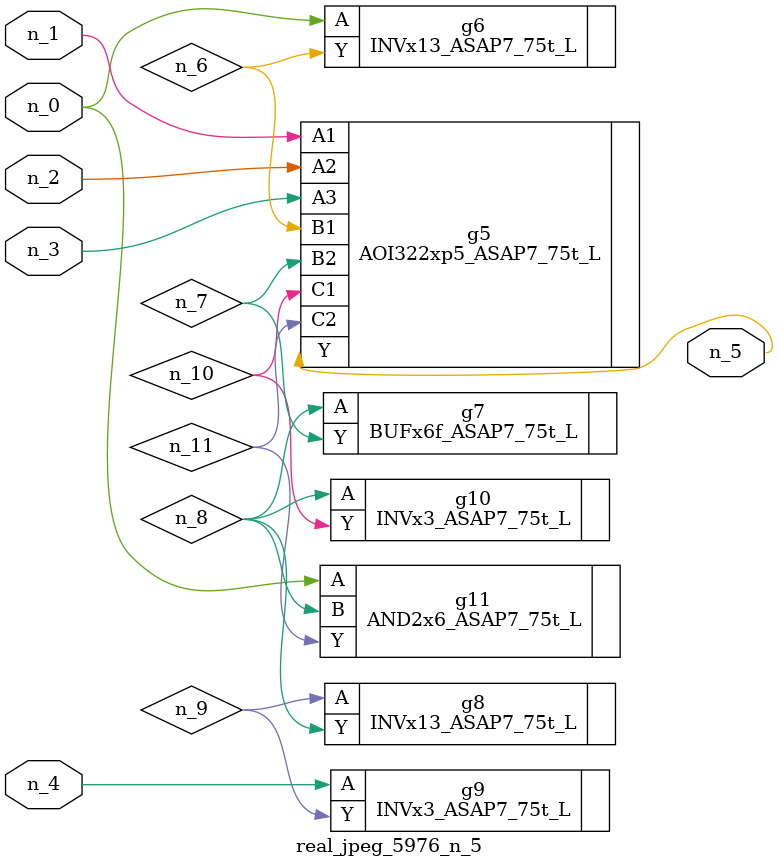
<source format=v>
module real_jpeg_5976_n_5 (n_4, n_0, n_1, n_2, n_3, n_5);

input n_4;
input n_0;
input n_1;
input n_2;
input n_3;

output n_5;

wire n_8;
wire n_11;
wire n_6;
wire n_7;
wire n_10;
wire n_9;

INVx13_ASAP7_75t_L g6 ( 
.A(n_0),
.Y(n_6)
);

AND2x6_ASAP7_75t_L g11 ( 
.A(n_0),
.B(n_8),
.Y(n_11)
);

AOI322xp5_ASAP7_75t_L g5 ( 
.A1(n_1),
.A2(n_2),
.A3(n_3),
.B1(n_6),
.B2(n_7),
.C1(n_10),
.C2(n_11),
.Y(n_5)
);

INVx3_ASAP7_75t_L g9 ( 
.A(n_4),
.Y(n_9)
);

BUFx6f_ASAP7_75t_L g7 ( 
.A(n_8),
.Y(n_7)
);

INVx3_ASAP7_75t_L g10 ( 
.A(n_8),
.Y(n_10)
);

INVx13_ASAP7_75t_L g8 ( 
.A(n_9),
.Y(n_8)
);


endmodule
</source>
